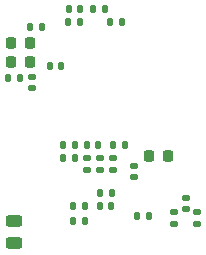
<source format=gbr>
%TF.GenerationSoftware,KiCad,Pcbnew,(7.0.0-rc2-153-g7d6218acb4)*%
%TF.CreationDate,2023-02-19T16:48:29+08:00*%
%TF.ProjectId,RAK3172-M.2-2230-Mod,52414b33-3137-4322-9d4d-2e322d323233,rev?*%
%TF.SameCoordinates,Original*%
%TF.FileFunction,Paste,Bot*%
%TF.FilePolarity,Positive*%
%FSLAX46Y46*%
G04 Gerber Fmt 4.6, Leading zero omitted, Abs format (unit mm)*
G04 Created by KiCad (PCBNEW (7.0.0-rc2-153-g7d6218acb4)) date 2023-02-19 16:48:29*
%MOMM*%
%LPD*%
G01*
G04 APERTURE LIST*
G04 Aperture macros list*
%AMRoundRect*
0 Rectangle with rounded corners*
0 $1 Rounding radius*
0 $2 $3 $4 $5 $6 $7 $8 $9 X,Y pos of 4 corners*
0 Add a 4 corners polygon primitive as box body*
4,1,4,$2,$3,$4,$5,$6,$7,$8,$9,$2,$3,0*
0 Add four circle primitives for the rounded corners*
1,1,$1+$1,$2,$3*
1,1,$1+$1,$4,$5*
1,1,$1+$1,$6,$7*
1,1,$1+$1,$8,$9*
0 Add four rect primitives between the rounded corners*
20,1,$1+$1,$2,$3,$4,$5,0*
20,1,$1+$1,$4,$5,$6,$7,0*
20,1,$1+$1,$6,$7,$8,$9,0*
20,1,$1+$1,$8,$9,$2,$3,0*%
G04 Aperture macros list end*
%ADD10RoundRect,0.243750X0.456250X-0.243750X0.456250X0.243750X-0.456250X0.243750X-0.456250X-0.243750X0*%
%ADD11RoundRect,0.140000X0.140000X0.170000X-0.140000X0.170000X-0.140000X-0.170000X0.140000X-0.170000X0*%
%ADD12RoundRect,0.140000X-0.140000X-0.170000X0.140000X-0.170000X0.140000X0.170000X-0.140000X0.170000X0*%
%ADD13RoundRect,0.135000X-0.185000X0.135000X-0.185000X-0.135000X0.185000X-0.135000X0.185000X0.135000X0*%
%ADD14RoundRect,0.135000X0.135000X0.185000X-0.135000X0.185000X-0.135000X-0.185000X0.135000X-0.185000X0*%
%ADD15RoundRect,0.140000X-0.170000X0.140000X-0.170000X-0.140000X0.170000X-0.140000X0.170000X0.140000X0*%
%ADD16RoundRect,0.218750X0.218750X0.256250X-0.218750X0.256250X-0.218750X-0.256250X0.218750X-0.256250X0*%
%ADD17RoundRect,0.135000X-0.135000X-0.185000X0.135000X-0.185000X0.135000X0.185000X-0.135000X0.185000X0*%
G04 APERTURE END LIST*
D10*
%TO.C,F301*%
X140200000Y-106112500D03*
X140200000Y-104237500D03*
%TD*%
D11*
%TO.C,C202*%
X145330000Y-98925000D03*
X144370000Y-98925000D03*
%TD*%
%TO.C,C201*%
X145330000Y-97775000D03*
X144370000Y-97775000D03*
%TD*%
D12*
%TO.C,C206*%
X141570000Y-87825000D03*
X142530000Y-87825000D03*
%TD*%
D13*
%TO.C,R302*%
X153750000Y-103465000D03*
X153750000Y-104485000D03*
%TD*%
D11*
%TO.C,C401*%
X148430000Y-102975000D03*
X147470000Y-102975000D03*
%TD*%
D14*
%TO.C,R403*%
X151660000Y-103775000D03*
X150640000Y-103775000D03*
%TD*%
%TO.C,R202*%
X145810000Y-87425000D03*
X144790000Y-87425000D03*
%TD*%
D15*
%TO.C,C203*%
X141750000Y-92045000D03*
X141750000Y-93005000D03*
%TD*%
D14*
%TO.C,R203*%
X147860000Y-86325000D03*
X146840000Y-86325000D03*
%TD*%
D15*
%TO.C,C301*%
X154750000Y-102295000D03*
X154750000Y-103255000D03*
%TD*%
D11*
%TO.C,C211*%
X145780000Y-86325000D03*
X144820000Y-86325000D03*
%TD*%
D16*
%TO.C,L203*%
X153225000Y-98775000D03*
X151650000Y-98775000D03*
%TD*%
%TO.C,L202*%
X141537500Y-89125000D03*
X139962500Y-89125000D03*
%TD*%
D15*
%TO.C,C204*%
X146350000Y-98945000D03*
X146350000Y-99905000D03*
%TD*%
D13*
%TO.C,R301*%
X155700000Y-103465000D03*
X155700000Y-104485000D03*
%TD*%
D16*
%TO.C,L201*%
X141537500Y-90775000D03*
X139962500Y-90775000D03*
%TD*%
D17*
%TO.C,R402*%
X145190000Y-104225000D03*
X146210000Y-104225000D03*
%TD*%
D14*
%TO.C,R401*%
X147440000Y-101875000D03*
X148460000Y-101875000D03*
%TD*%
D12*
%TO.C,C205*%
X144180000Y-91075000D03*
X143220000Y-91075000D03*
%TD*%
D15*
%TO.C,C210*%
X148600000Y-98945000D03*
X148600000Y-99905000D03*
%TD*%
D14*
%TO.C,R201*%
X140710000Y-92125000D03*
X139690000Y-92125000D03*
%TD*%
%TO.C,R404*%
X146210000Y-102975000D03*
X145190000Y-102975000D03*
%TD*%
D17*
%TO.C,R204*%
X149360000Y-87425000D03*
X148340000Y-87425000D03*
%TD*%
D12*
%TO.C,C209*%
X148600000Y-97775000D03*
X149560000Y-97775000D03*
%TD*%
D11*
%TO.C,C208*%
X147330000Y-97775000D03*
X146370000Y-97775000D03*
%TD*%
D15*
%TO.C,C212*%
X150350000Y-100535000D03*
X150350000Y-99575000D03*
%TD*%
%TO.C,C207*%
X147450000Y-98945000D03*
X147450000Y-99905000D03*
%TD*%
M02*

</source>
